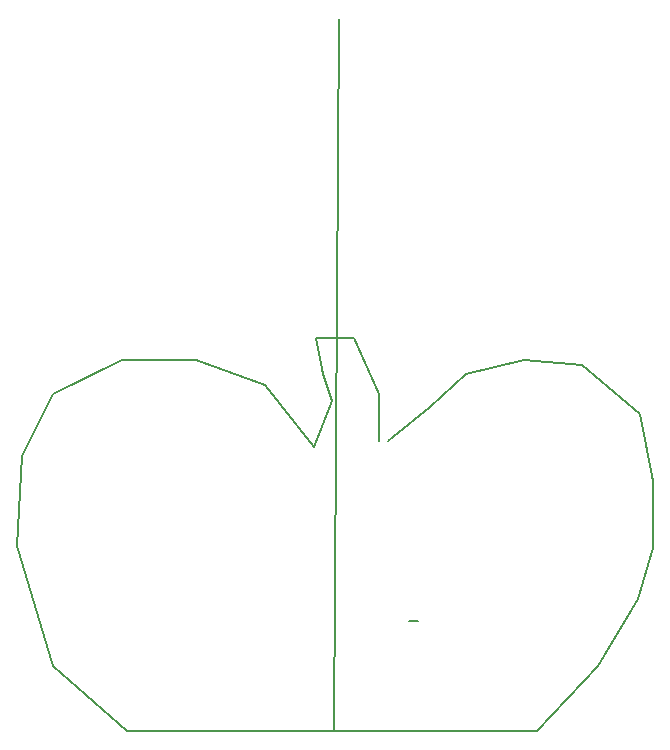
<source format=gbr>
%TF.GenerationSoftware,KiCad,Pcbnew,(5.1.9-0-10_14)*%
%TF.CreationDate,2021-10-13T18:32:58-07:00*%
%TF.ProjectId,pumpkin_pcb_2,70756d70-6b69-46e5-9f70-63625f322e6b,rev?*%
%TF.SameCoordinates,Original*%
%TF.FileFunction,Profile,NP*%
%FSLAX46Y46*%
G04 Gerber Fmt 4.6, Leading zero omitted, Abs format (unit mm)*
G04 Created by KiCad (PCBNEW (5.1.9-0-10_14)) date 2021-10-13 18:32:58*
%MOMM*%
%LPD*%
G01*
G04 APERTURE LIST*
%TA.AperFunction,Profile*%
%ADD10C,0.200000*%
%TD*%
G04 APERTURE END LIST*
D10*
X53317320Y-90570650D02*
X58420000Y-85090000D01*
X36497380Y-30283448D02*
X36497380Y-30283448D01*
X30260770Y-61277495D02*
X24402140Y-59198627D01*
X34418510Y-66569161D02*
X30260770Y-61277495D01*
X35930420Y-62600412D02*
X34418510Y-66569161D01*
X35174460Y-60332555D02*
X35930420Y-62600412D01*
X44245900Y-63167376D02*
X40655120Y-66002197D01*
X44245900Y-63167376D02*
X44245900Y-63167376D01*
X34607500Y-57308746D02*
X35174460Y-60332555D01*
X37820300Y-57308746D02*
X34607500Y-57308746D01*
X39899170Y-62033447D02*
X37820300Y-57308746D01*
X39899170Y-66002197D02*
X39899170Y-62033447D01*
X43195120Y-81242197D02*
X42439170Y-81242197D01*
X36119400Y-90381660D02*
X36497380Y-30283448D01*
X53317320Y-90570650D02*
X53317320Y-90570650D01*
X12306905Y-62033448D02*
X9661071Y-67325114D01*
X18165540Y-59198627D02*
X12306905Y-62033448D01*
X24402140Y-59198627D02*
X18165540Y-59198627D01*
X57097080Y-59576604D02*
X52183390Y-59198628D01*
X62010780Y-63734341D02*
X57097080Y-59576604D01*
X18543510Y-90570650D02*
X53317320Y-90570650D01*
X47269700Y-60332557D02*
X44245900Y-63167376D01*
X52183390Y-59198628D02*
X47269700Y-60332557D01*
X12306905Y-85090000D02*
X18543510Y-90570650D01*
X9283095Y-74884640D02*
X12306905Y-85090000D01*
X9661071Y-67325114D02*
X9283095Y-74884640D01*
X18543510Y-90570650D02*
X18543510Y-90570650D01*
X18543510Y-90570650D02*
X18543510Y-90570650D01*
X63144710Y-69403985D02*
X62010780Y-63734341D01*
X63144710Y-75073630D02*
X63144710Y-69403985D01*
X61821790Y-79420350D02*
X63144710Y-75073630D01*
X58420000Y-85090000D02*
X61821790Y-79420350D01*
M02*

</source>
